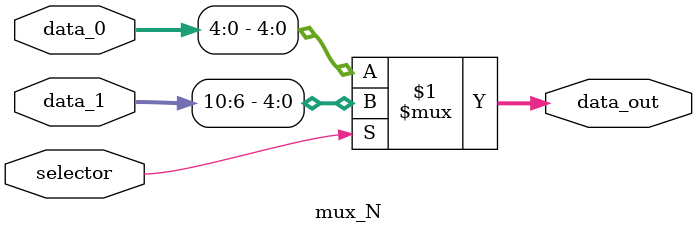
<source format=v>
module mux_N(

    input  wire        selector,
    input  wire [31:0] data_0,
    input  wire [15:0] data_1,
    output wire [4:0] data_out

);

assign data_out = (selector) ? data_1[10:6] : data_0[4:0];

endmodule
</source>
